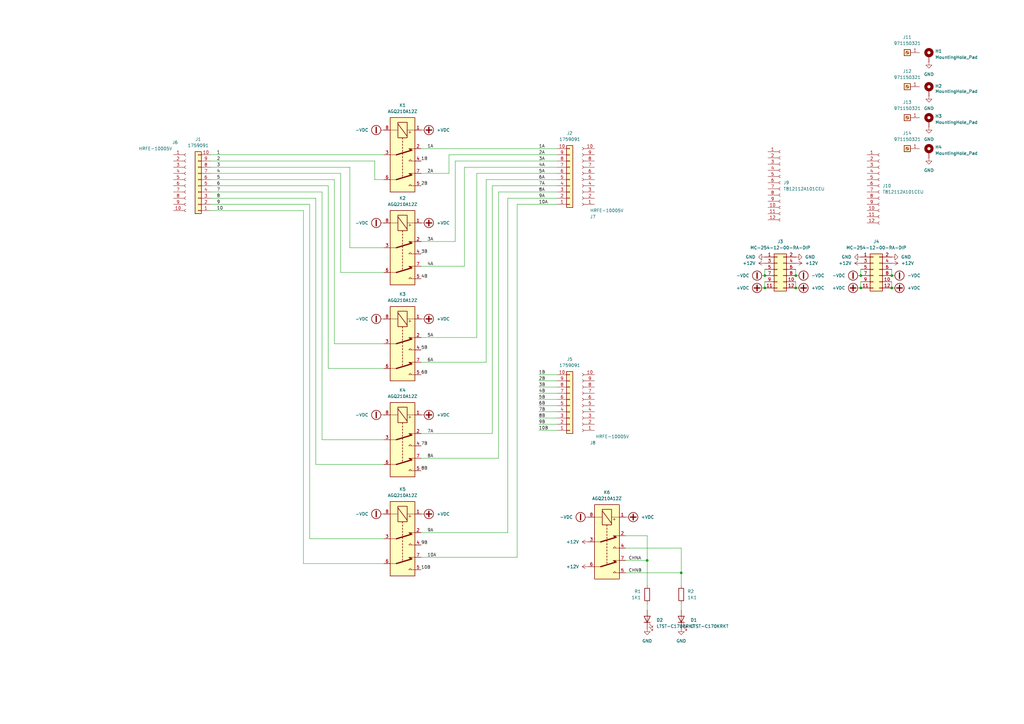
<source format=kicad_sch>
(kicad_sch (version 20250114) (generator "eeschema") (generator_version "9.0")
  (paper "A3")
  (title_block (title "SPI-MUX") (date "2023-02-06") (rev "1.0.1") (company "NMBU-Mina") (comment 1 "F.N.Beilegaard"))
  (lib_symbols
    (symbol "Connector:Conn_01x10_Socket" (pin_names (offset 1.016) (hide yes))
      (property "Reference" "J" (at 0 12.7 0))
      (property "Value" "Conn_01x10_Socket" (at 0 -15.24 0))
      (symbol "Conn_01x10_Socket_1_1"
        (polyline (pts (xy -1.27 10.16) (xy -0.508 10.16)) (stroke (width 0.1524)))
        (polyline (pts (xy -1.27 7.62) (xy -0.508 7.62)) (stroke (width 0.1524)))
        (polyline (pts (xy -1.27 5.08) (xy -0.508 5.08)) (stroke (width 0.1524)))
        (polyline (pts (xy -1.27 2.54) (xy -0.508 2.54)) (stroke (width 0.1524)))
        (polyline (pts (xy -1.27 0) (xy -0.508 0)) (stroke (width 0.1524)))
        (polyline (pts (xy -1.27 -2.54) (xy -0.508 -2.54)) (stroke (width 0.1524)))
        (polyline (pts (xy -1.27 -5.08) (xy -0.508 -5.08)) (stroke (width 0.1524)))
        (polyline (pts (xy -1.27 -7.62) (xy -0.508 -7.62)) (stroke (width 0.1524)))
        (polyline (pts (xy -1.27 -10.16) (xy -0.508 -10.16)) (stroke (width 0.1524)))
        (polyline (pts (xy -1.27 -12.7) (xy -0.508 -12.7)) (stroke (width 0.1524)))
        (arc (start 0 9.652) (mid -0.5058 10.16) (end 0 10.668) (stroke (width 0.1524)))
        (arc (start 0 7.112) (mid -0.5058 7.62) (end 0 8.128) (stroke (width 0.1524)))
        (arc (start 0 4.572) (mid -0.5058 5.08) (end 0 5.588) (stroke (width 0.1524)))
        (arc (start 0 2.032) (mid -0.5058 2.54) (end 0 3.048) (stroke (width 0.1524)))
        (arc (start 0 -0.508) (mid -0.5058 0) (end 0 0.508) (stroke (width 0.1524)))
        (arc (start 0 -3.048) (mid -0.5058 -2.54) (end 0 -2.032) (stroke (width 0.1524)))
        (arc (start 0 -5.588) (mid -0.5058 -5.08) (end 0 -4.572) (stroke (width 0.1524)))
        (arc (start 0 -8.128) (mid -0.5058 -7.62) (end 0 -7.112) (stroke (width 0.1524)))
        (arc (start 0 -10.668) (mid -0.5058 -10.16) (end 0 -9.652) (stroke (width 0.1524)))
        (arc (start 0 -13.208) (mid -0.5058 -12.7) (end 0 -12.192) (stroke (width 0.1524)))
        (pin passive line (at -5.08 10.16 0) (length 3.81) (name "Pin_1") (number "1"))
        (pin passive line (at -5.08 7.62 0) (length 3.81) (name "Pin_2") (number "2"))
        (pin passive line (at -5.08 5.08 0) (length 3.81) (name "Pin_3") (number "3"))
        (pin passive line (at -5.08 2.54 0) (length 3.81) (name "Pin_4") (number "4"))
        (pin passive line (at -5.08 0 0) (length 3.81) (name "Pin_5") (number "5"))
        (pin passive line (at -5.08 -2.54 0) (length 3.81) (name "Pin_6") (number "6"))
        (pin passive line (at -5.08 -5.08 0) (length 3.81) (name "Pin_7") (number "7"))
        (pin passive line (at -5.08 -7.62 0) (length 3.81) (name "Pin_8") (number "8"))
        (pin passive line (at -5.08 -10.16 0) (length 3.81) (name "Pin_9") (number "9"))
        (pin passive line (at -5.08 -12.7 0) (length 3.81) (name "Pin_10") (number "10"))
      )
    )
    (symbol "Connector:Conn_01x12_Socket" (pin_names (offset 1.016) (hide yes))
      (property "Reference" "J" (at 0 15.24 0))
      (property "Value" "Conn_01x12_Socket" (at 0 -17.78 0))
      (symbol "Conn_01x12_Socket_1_1"
        (polyline (pts (xy -1.27 12.7) (xy -0.508 12.7)) (stroke (width 0.1524)))
        (polyline (pts (xy -1.27 10.16) (xy -0.508 10.16)) (stroke (width 0.1524)))
        (polyline (pts (xy -1.27 7.62) (xy -0.508 7.62)) (stroke (width 0.1524)))
        (polyline (pts (xy -1.27 5.08) (xy -0.508 5.08)) (stroke (width 0.1524)))
        (polyline (pts (xy -1.27 2.54) (xy -0.508 2.54)) (stroke (width 0.1524)))
        (polyline (pts (xy -1.27 0) (xy -0.508 0)) (stroke (width 0.1524)))
        (polyline (pts (xy -1.27 -2.54) (xy -0.508 -2.54)) (stroke (width 0.1524)))
        (polyline (pts (xy -1.27 -5.08) (xy -0.508 -5.08)) (stroke (width 0.1524)))
        (polyline (pts (xy -1.27 -7.62) (xy -0.508 -7.62)) (stroke (width 0.1524)))
        (polyline (pts (xy -1.27 -10.16) (xy -0.508 -10.16)) (stroke (width 0.1524)))
        (polyline (pts (xy -1.27 -12.7) (xy -0.508 -12.7)) (stroke (width 0.1524)))
        (polyline (pts (xy -1.27 -15.24) (xy -0.508 -15.24)) (stroke (width 0.1524)))
        (arc (start 0 12.192) (mid -0.5058 12.7) (end 0 13.208) (stroke (width 0.1524)))
        (arc (start 0 9.652) (mid -0.5058 10.16) (end 0 10.668) (stroke (width 0.1524)))
        (arc (start 0 7.112) (mid -0.5058 7.62) (end 0 8.128) (stroke (width 0.1524)))
        (arc (start 0 4.572) (mid -0.5058 5.08) (end 0 5.588) (stroke (width 0.1524)))
        (arc (start 0 2.032) (mid -0.5058 2.54) (end 0 3.048) (stroke (width 0.1524)))
        (arc (start 0 -0.508) (mid -0.5058 0) (end 0 0.508) (stroke (width 0.1524)))
        (arc (start 0 -3.048) (mid -0.5058 -2.54) (end 0 -2.032) (stroke (width 0.1524)))
        (arc (start 0 -5.588) (mid -0.5058 -5.08) (end 0 -4.572) (stroke (width 0.1524)))
        (arc (start 0 -8.128) (mid -0.5058 -7.62) (end 0 -7.112) (stroke (width 0.1524)))
        (arc (start 0 -10.668) (mid -0.5058 -10.16) (end 0 -9.652) (stroke (width 0.1524)))
        (arc (start 0 -13.208) (mid -0.5058 -12.7) (end 0 -12.192) (stroke (width 0.1524)))
        (arc (start 0 -15.748) (mid -0.5058 -15.24) (end 0 -14.732) (stroke (width 0.1524)))
        (pin passive line (at -5.08 12.7 0) (length 3.81) (name "Pin_1") (number "1"))
        (pin passive line (at -5.08 10.16 0) (length 3.81) (name "Pin_2") (number "2"))
        (pin passive line (at -5.08 7.62 0) (length 3.81) (name "Pin_3") (number "3"))
        (pin passive line (at -5.08 5.08 0) (length 3.81) (name "Pin_4") (number "4"))
        (pin passive line (at -5.08 2.54 0) (length 3.81) (name "Pin_5") (number "5"))
        (pin passive line (at -5.08 0 0) (length 3.81) (name "Pin_6") (number "6"))
        (pin passive line (at -5.08 -2.54 0) (length 3.81) (name "Pin_7") (number "7"))
        (pin passive line (at -5.08 -5.08 0) (length 3.81) (name "Pin_8") (number "8"))
        (pin passive line (at -5.08 -7.62 0) (length 3.81) (name "Pin_9") (number "9"))
        (pin passive line (at -5.08 -10.16 0) (length 3.81) (name "Pin_10") (number "10"))
        (pin passive line (at -5.08 -12.7 0) (length 3.81) (name "Pin_11") (number "11"))
        (pin passive line (at -5.08 -15.24 0) (length 3.81) (name "Pin_12") (number "12"))
      )
    )
    (symbol "Connector:Screw_Terminal_01x01" (pin_names (offset 1.016) (hide yes))
      (property "Reference" "J" (at 0 2.54 0))
      (property "Value" "Screw_Terminal_01x01" (at 0 -2.54 0))
      (symbol "Screw_Terminal_01x01_1_1"
        (rectangle (start -1.27 1.27) (end 1.27 -1.27) (stroke (width 0.254)) (fill (type background)))
        (polyline (pts (xy -0.5334 0.3302) (xy 0.3302 -0.508)) (stroke (width 0.1524)))
        (polyline (pts (xy -0.3556 0.508) (xy 0.508 -0.3302)) (stroke (width 0.1524)))
        (circle (center 0 0) (radius 0.635) (stroke (width 0.1524)))
        (pin passive line (at -5.08 0 0) (length 3.81) (name "Pin_1") (number "1"))
      )
    )
    (symbol "Connector_Generic:Conn_01x10" (pin_names (offset 1.016) (hide yes))
      (property "Reference" "J" (at 0 12.7 0))
      (property "Value" "Conn_01x10" (at 0 -15.24 0))
      (symbol "Conn_01x10_1_1"
        (rectangle (start -1.27 11.43) (end 1.27 -13.97) (stroke (width 0.254)) (fill (type background)))
        (rectangle (start -1.27 10.287) (end 0 10.033) (stroke (width 0.1524)))
        (rectangle (start -1.27 7.747) (end 0 7.493) (stroke (width 0.1524)))
        (rectangle (start -1.27 5.207) (end 0 4.953) (stroke (width 0.1524)))
        (rectangle (start -1.27 2.667) (end 0 2.413) (stroke (width 0.1524)))
        (rectangle (start -1.27 0.127) (end 0 -0.127) (stroke (width 0.1524)))
        (rectangle (start -1.27 -2.413) (end 0 -2.667) (stroke (width 0.1524)))
        (rectangle (start -1.27 -4.953) (end 0 -5.207) (stroke (width 0.1524)))
        (rectangle (start -1.27 -7.493) (end 0 -7.747) (stroke (width 0.1524)))
        (rectangle (start -1.27 -10.033) (end 0 -10.287) (stroke (width 0.1524)))
        (rectangle (start -1.27 -12.573) (end 0 -12.827) (stroke (width 0.1524)))
        (pin passive line (at -5.08 10.16 0) (length 3.81) (name "Pin_1") (number "1"))
        (pin passive line (at -5.08 7.62 0) (length 3.81) (name "Pin_2") (number "2"))
        (pin passive line (at -5.08 5.08 0) (length 3.81) (name "Pin_3") (number "3"))
        (pin passive line (at -5.08 2.54 0) (length 3.81) (name "Pin_4") (number "4"))
        (pin passive line (at -5.08 0 0) (length 3.81) (name "Pin_5") (number "5"))
        (pin passive line (at -5.08 -2.54 0) (length 3.81) (name "Pin_6") (number "6"))
        (pin passive line (at -5.08 -5.08 0) (length 3.81) (name "Pin_7") (number "7"))
        (pin passive line (at -5.08 -7.62 0) (length 3.81) (name "Pin_8") (number "8"))
        (pin passive line (at -5.08 -10.16 0) (length 3.81) (name "Pin_9") (number "9"))
        (pin passive line (at -5.08 -12.7 0) (length 3.81) (name "Pin_10") (number "10"))
      )
    )
    (symbol "Connector_Generic:Conn_02x06_Odd_Even" (pin_names (offset 1.016) (hide yes))
      (property "Reference" "J" (at 1.27 7.62 0))
      (property "Value" "Conn_02x06_Odd_Even" (at 1.27 -10.16 0))
      (symbol "Conn_02x06_Odd_Even_1_1"
        (rectangle (start -1.27 6.35) (end 3.81 -8.89) (stroke (width 0.254)) (fill (type background)))
        (rectangle (start -1.27 5.207) (end 0 4.953) (stroke (width 0.1524)))
        (rectangle (start -1.27 2.667) (end 0 2.413) (stroke (width 0.1524)))
        (rectangle (start -1.27 0.127) (end 0 -0.127) (stroke (width 0.1524)))
        (rectangle (start -1.27 -2.413) (end 0 -2.667) (stroke (width 0.1524)))
        (rectangle (start -1.27 -4.953) (end 0 -5.207) (stroke (width 0.1524)))
        (rectangle (start -1.27 -7.493) (end 0 -7.747) (stroke (width 0.1524)))
        (rectangle (start 3.81 5.207) (end 2.54 4.953) (stroke (width 0.1524)))
        (rectangle (start 3.81 2.667) (end 2.54 2.413) (stroke (width 0.1524)))
        (rectangle (start 3.81 0.127) (end 2.54 -0.127) (stroke (width 0.1524)))
        (rectangle (start 3.81 -2.413) (end 2.54 -2.667) (stroke (width 0.1524)))
        (rectangle (start 3.81 -4.953) (end 2.54 -5.207) (stroke (width 0.1524)))
        (rectangle (start 3.81 -7.493) (end 2.54 -7.747) (stroke (width 0.1524)))
        (pin passive line (at -5.08 5.08 0) (length 3.81) (name "Pin_1") (number "1"))
        (pin passive line (at -5.08 2.54 0) (length 3.81) (name "Pin_3") (number "3"))
        (pin passive line (at -5.08 0 0) (length 3.81) (name "Pin_5") (number "5"))
        (pin passive line (at -5.08 -2.54 0) (length 3.81) (name "Pin_7") (number "7"))
        (pin passive line (at -5.08 -5.08 0) (length 3.81) (name "Pin_9") (number "9"))
        (pin passive line (at -5.08 -7.62 0) (length 3.81) (name "Pin_11") (number "11"))
        (pin passive line (at 7.62 5.08 180) (length 3.81) (name "Pin_2") (number "2"))
        (pin passive line (at 7.62 2.54 180) (length 3.81) (name "Pin_4") (number "4"))
        (pin passive line (at 7.62 0 180) (length 3.81) (name "Pin_6") (number "6"))
        (pin passive line (at 7.62 -2.54 180) (length 3.81) (name "Pin_8") (number "8"))
        (pin passive line (at 7.62 -5.08 180) (length 3.81) (name "Pin_10") (number "10"))
        (pin passive line (at 7.62 -7.62 180) (length 3.81) (name "Pin_12") (number "12"))
      )
    )
    (symbol "Device:LED" (pin_numbers (hide yes)) (pin_names (offset 1.016) (hide yes))
      (property "Reference" "D" (at 0 2.54 0))
      (property "Value" "LED" (at 0 -2.54 0))
      (symbol "LED_0_1"
        (polyline (pts (xy -3.048 -0.762) (xy -4.572 -2.286) (xy -3.81 -2.286) (xy -4.572 -2.286) (xy -4.572 -1.524)))
        (polyline (pts (xy -1.778 -0.762) (xy -3.302 -2.286) (xy -2.54 -2.286) (xy -3.302 -2.286) (xy -3.302 -1.524)))
        (polyline (pts (xy -1.27 0) (xy 1.27 0)))
        (polyline (pts (xy -1.27 -1.27) (xy -1.27 1.27)) (stroke (width 0.254)))
        (polyline (pts (xy 1.27 -1.27) (xy 1.27 1.27) (xy -1.27 0) (xy 1.27 -1.27)) (stroke (width 0.254)))
      )
      (symbol "LED_1_1"
        (pin passive line (at -3.81 0 0) (length 2.54) (name "K") (number "1"))
        (pin passive line (at 3.81 0 180) (length 2.54) (name "A") (number "2"))
      )
    )
    (symbol "Device:R" (pin_numbers (hide yes)) (pin_names (offset 0))
      (property "Reference" "R" (at 2.032 0 90))
      (property "Value" "R" (at 0 0 90))
      (symbol "R_0_1"
        (rectangle (start -1.016 -2.54) (end 1.016 2.54) (stroke (width 0.254)))
      )
      (symbol "R_1_1"
        (pin passive line (at 0 3.81 270) (length 1.27) (name "~") (number "1"))
        (pin passive line (at 0 -3.81 90) (length 1.27) (name "~") (number "2"))
      )
    )
    (symbol "Mechanical:MountingHole_Pad" (pin_numbers (hide yes)) (pin_names (offset 1.016) (hide yes))
      (property "Reference" "H" (at 0 6.35 0))
      (property "Value" "MountingHole_Pad" (at 0 4.445 0))
      (symbol "MountingHole_Pad_0_1"
        (circle (center 0 1.27) (radius 1.27) (stroke (width 1.27)))
      )
      (symbol "MountingHole_Pad_1_1"
        (pin input line (at 0 -2.54 90) (length 2.54) (name "1") (number "1"))
      )
    )
    (symbol "muxlib:AGQ200S12Z"
      (property "Reference" "K" (at 15.24 8.89 0))
      (property "Value" "AGQ200S12Z" (at 19.05 6.35 0))
      (symbol "AGQ200S12Z_1_1"
        (rectangle (start -15.24 5.08) (end 15.24 -5.08) (stroke (width 0.254)) (fill (type background)))
        (rectangle (start -13.335 1.905) (end -6.985 -1.905) (stroke (width 0.254)))
        (polyline (pts (xy -12.7 -1.905) (xy -7.62 1.905)) (stroke (width 0.254)))
        (polyline (pts (xy -10.16 5.08) (xy -10.16 1.905)))
        (polyline (pts (xy -10.16 -5.08) (xy -10.16 -1.905)))
        (polyline (pts (xy -6.985 0) (xy -6.35 0)) (stroke (width 0.254)))
        (polyline (pts (xy -5.715 0) (xy -5.08 0)) (stroke (width 0.254)))
        (polyline (pts (xy -4.445 0) (xy -3.81 0)) (stroke (width 0.254)))
        (polyline (pts (xy -3.175 0) (xy -2.54 0)) (stroke (width 0.254)))
        (polyline (pts (xy -2.54 5.08) (xy -2.54 2.54) (xy -1.905 3.175) (xy -2.54 3.81)) (fill (type outline)))
        (polyline (pts (xy -1.905 0) (xy -1.27 0)) (stroke (width 0.254)))
        (polyline (pts (xy -0.635 0) (xy 0 0)) (stroke (width 0.254)))
        (polyline (pts (xy 0 -2.54) (xy -1.905 3.81)) (stroke (width 0.508)))
        (polyline (pts (xy 0 -2.54) (xy 0 -5.08)))
        (polyline (pts (xy 0.635 0) (xy 1.27 0)) (stroke (width 0.254)))
        (polyline (pts (xy 1.905 0) (xy 2.54 0)) (stroke (width 0.254)))
        (polyline (pts (xy 2.54 5.08) (xy 2.54 2.54) (xy 1.905 3.175) (xy 2.54 3.81)))
        (polyline (pts (xy 3.175 0) (xy 3.81 0)) (stroke (width 0.254)))
        (polyline (pts (xy 4.445 0) (xy 5.08 0)) (stroke (width 0.254)))
        (polyline (pts (xy 5.715 0) (xy 6.35 0)) (stroke (width 0.254)))
        (polyline (pts (xy 6.985 0) (xy 7.62 0)) (stroke (width 0.254)))
        (polyline (pts (xy 7.62 5.08) (xy 7.62 2.54) (xy 8.255 3.175) (xy 7.62 3.81)) (fill (type outline)))
        (polyline (pts (xy 8.255 0) (xy 8.89 0)) (stroke (width 0.254)))
        (polyline (pts (xy 10.16 -2.54) (xy 8.255 3.81)) (stroke (width 0.508)))
        (polyline (pts (xy 10.16 -2.54) (xy 10.16 -5.08)))
        (polyline (pts (xy 12.7 5.08) (xy 12.7 2.54) (xy 12.065 3.175) (xy 12.7 3.81)))
        (text "+" (at -9.271 2.921 0) (effects (font (size 1.27 1.27))))
        (pin passive line (at -10.16 7.62 270) (length 2.54) (name "~") (number "1"))
        (pin passive line (at -10.16 -7.62 90) (length 2.54) (name "~") (number "8"))
        (pin passive line (at -2.54 7.62 270) (length 2.54) (name "~") (number "2"))
        (pin passive line (at 0 -7.62 90) (length 2.54) (name "~") (number "3"))
        (pin passive line (at 2.54 7.62 270) (length 2.54) (name "~") (number "4"))
        (pin passive line (at 7.62 7.62 270) (length 2.54) (name "~") (number "7"))
        (pin passive line (at 10.16 -7.62 90) (length 2.54) (name "~") (number "6"))
        (pin passive line (at 12.7 7.62 270) (length 2.54) (name "~") (number "5"))
      )
    )
    (symbol "power:+12V" (power) (pin_numbers (hide yes)) (pin_names (offset 0) (hide yes))
      (property "Value" "+12V" (at 0 3.556 0))
      (symbol "+12V_0_1"
        (polyline (pts (xy -0.762 1.27) (xy 0 2.54)))
        (polyline (pts (xy 0 2.54) (xy 0.762 1.27)))
        (polyline (pts (xy 0 0) (xy 0 2.54)))
      )
      (symbol "+12V_1_1"
        (pin power_in line (at 0 0 90) (length 0) (name "~") (number "1"))
      )
    )
    (symbol "power:+VDC" (power) (pin_numbers (hide yes)) (pin_names (offset 0) (hide yes))
      (property "Value" "+VDC" (at 0 6.35 0))
      (symbol "+VDC_0_1"
        (polyline (pts (xy -1.143 3.175) (xy 1.143 3.175)) (stroke (width 0.508)))
        (circle (center 0 3.175) (radius 1.905) (stroke (width 0.254)))
        (polyline (pts (xy 0 2.032) (xy 0 4.318)) (stroke (width 0.508)))
        (polyline (pts (xy 0 0) (xy 0 1.27)))
      )
      (symbol "+VDC_1_1"
        (pin power_in line (at 0 0 90) (length 0) (name "~") (number "1"))
      )
    )
    (symbol "power:-VDC" (power) (pin_numbers (hide yes)) (pin_names (offset 0) (hide yes))
      (property "Value" "-VDC" (at 0 6.35 0))
      (symbol "-VDC_0_1"
        (polyline (pts (xy -1.143 3.175) (xy 1.143 3.175)) (stroke (width 0.508)))
        (circle (center 0 3.175) (radius 1.905) (stroke (width 0.254)))
        (polyline (pts (xy 0 0) (xy 0 1.27)))
      )
      (symbol "-VDC_1_1"
        (pin power_in line (at 0 0 90) (length 0) (name "~") (number "1"))
      )
    )
    (symbol "power:GND" (power) (pin_numbers (hide yes)) (pin_names (offset 0) (hide yes))
      (property "Value" "GND" (at 0 -3.81 0))
      (symbol "GND_0_1"
        (polyline (pts (xy 0 0) (xy 0 -1.27) (xy 1.27 -1.27) (xy 0 -2.54) (xy -1.27 -1.27) (xy 0 -1.27)))
      )
      (symbol "GND_1_1"
        (pin power_in line (at 0 0 270) (length 0) (name "~") (number "1"))
      )
    )
  )
  (junction (at 279.4 234.95))
  (junction (at 313.69 118.11))
  (junction (at 353.06 118.11))
  (junction (at 365.76 113.03))
  (junction (at 326.39 118.11))
  (junction (at 326.39 113.03))
  (junction (at 353.06 113.03))
  (junction (at 265.43 229.87))
  (junction (at 313.69 113.03))
  (junction (at 365.76 118.11))
  (wire (pts (xy 313.69 118.11) (xy 313.69 115.57)))
  (wire (pts (xy 139.7 71.12) (xy 139.7 111.76)))
  (wire (pts (xy 201.93 76.2) (xy 228.6 76.2)))
  (wire (pts (xy 256.54 229.87) (xy 265.43 229.87)))
  (wire (pts (xy 199.39 148.59) (xy 199.39 73.66)))
  (wire (pts (xy 220.98 166.37) (xy 228.6 166.37)))
  (wire (pts (xy 326.39 118.11) (xy 326.39 115.57)))
  (wire (pts (xy 86.36 81.28) (xy 129.54 81.28)))
  (wire (pts (xy 157.48 151.13) (xy 134.62 151.13)))
  (wire (pts (xy 195.58 138.43) (xy 172.72 138.43)))
  (wire (pts (xy 265.43 219.71) (xy 265.43 229.87)))
  (wire (pts (xy 86.36 63.5) (xy 157.48 63.5)))
  (wire (pts (xy 220.98 168.91) (xy 228.6 168.91)))
  (wire (pts (xy 208.28 218.44) (xy 208.28 81.28)))
  (wire (pts (xy 220.98 158.75) (xy 228.6 158.75)))
  (wire (pts (xy 137.16 73.66) (xy 137.16 140.97)))
  (wire (pts (xy 127 83.82) (xy 127 220.98)))
  (wire (pts (xy 220.98 156.21) (xy 228.6 156.21)))
  (wire (pts (xy 129.54 190.5) (xy 157.48 190.5)))
  (wire (pts (xy 279.4 234.95) (xy 279.4 240.03)))
  (wire (pts (xy 127 220.98) (xy 157.48 220.98)))
  (wire (pts (xy 129.54 81.28) (xy 129.54 190.5)))
  (wire (pts (xy 132.08 180.34) (xy 132.08 78.74)))
  (wire (pts (xy 220.98 161.29) (xy 228.6 161.29)))
  (wire (pts (xy 86.36 66.04) (xy 153.67 66.04)))
  (wire (pts (xy 153.67 73.66) (xy 157.48 73.66)))
  (wire (pts (xy 204.47 78.74) (xy 228.6 78.74)))
  (wire (pts (xy 220.98 173.99) (xy 228.6 173.99)))
  (wire (pts (xy 172.72 187.96) (xy 204.47 187.96)))
  (wire (pts (xy 143.51 101.6) (xy 143.51 68.58)))
  (wire (pts (xy 139.7 111.76) (xy 157.48 111.76)))
  (wire (pts (xy 220.98 171.45) (xy 228.6 171.45)))
  (wire (pts (xy 172.72 148.59) (xy 199.39 148.59)))
  (wire (pts (xy 220.98 163.83) (xy 228.6 163.83)))
  (wire (pts (xy 153.67 66.04) (xy 153.67 73.66)))
  (wire (pts (xy 256.54 224.79) (xy 279.4 224.79)))
  (wire (pts (xy 256.54 219.71) (xy 265.43 219.71)))
  (wire (pts (xy 212.09 228.6) (xy 212.09 83.82)))
  (wire (pts (xy 195.58 71.12) (xy 195.58 138.43)))
  (wire (pts (xy 172.72 218.44) (xy 208.28 218.44)))
  (wire (pts (xy 86.36 73.66) (xy 137.16 73.66)))
  (wire (pts (xy 190.5 109.22) (xy 190.5 68.58)))
  (wire (pts (xy 186.69 66.04) (xy 186.69 99.06)))
  (wire (pts (xy 204.47 187.96) (xy 204.47 78.74)))
  (wire (pts (xy 134.62 76.2) (xy 86.36 76.2)))
  (wire (pts (xy 172.72 60.96) (xy 228.6 60.96)))
  (wire (pts (xy 124.46 231.14) (xy 157.48 231.14)))
  (wire (pts (xy 279.4 224.79) (xy 279.4 234.95)))
  (wire (pts (xy 220.98 153.67) (xy 228.6 153.67)))
  (wire (pts (xy 265.43 247.65) (xy 265.43 250.19)))
  (wire (pts (xy 313.69 113.03) (xy 313.69 110.49)))
  (wire (pts (xy 199.39 73.66) (xy 228.6 73.66)))
  (wire (pts (xy 172.72 109.22) (xy 190.5 109.22)))
  (wire (pts (xy 124.46 86.36) (xy 124.46 231.14)))
  (wire (pts (xy 256.54 234.95) (xy 279.4 234.95)))
  (wire (pts (xy 86.36 86.36) (xy 124.46 86.36)))
  (wire (pts (xy 353.06 113.03) (xy 353.06 110.49)))
  (wire (pts (xy 184.15 71.12) (xy 184.15 63.5)))
  (wire (pts (xy 326.39 113.03) (xy 326.39 110.49)))
  (wire (pts (xy 186.69 99.06) (xy 172.72 99.06)))
  (wire (pts (xy 86.36 71.12) (xy 139.7 71.12)))
  (wire (pts (xy 172.72 177.8) (xy 201.93 177.8)))
  (wire (pts (xy 157.48 101.6) (xy 143.51 101.6)))
  (wire (pts (xy 228.6 71.12) (xy 195.58 71.12)))
  (wire (pts (xy 212.09 83.82) (xy 228.6 83.82)))
  (wire (pts (xy 201.93 177.8) (xy 201.93 76.2)))
  (wire (pts (xy 279.4 247.65) (xy 279.4 250.19)))
  (wire (pts (xy 132.08 78.74) (xy 86.36 78.74)))
  (wire (pts (xy 208.28 81.28) (xy 228.6 81.28)))
  (wire (pts (xy 172.72 228.6) (xy 212.09 228.6)))
  (wire (pts (xy 134.62 151.13) (xy 134.62 76.2)))
  (wire (pts (xy 228.6 66.04) (xy 186.69 66.04)))
  (wire (pts (xy 265.43 229.87) (xy 265.43 240.03)))
  (wire (pts (xy 365.76 118.11) (xy 365.76 115.57)))
  (wire (pts (xy 86.36 83.82) (xy 127 83.82)))
  (wire (pts (xy 353.06 118.11) (xy 353.06 115.57)))
  (wire (pts (xy 137.16 140.97) (xy 157.48 140.97)))
  (wire (pts (xy 220.98 176.53) (xy 228.6 176.53)))
  (wire (pts (xy 143.51 68.58) (xy 86.36 68.58)))
  (wire (pts (xy 184.15 63.5) (xy 228.6 63.5)))
  (wire (pts (xy 365.76 113.03) (xy 365.76 110.49)))
  (wire (pts (xy 172.72 71.12) (xy 184.15 71.12)))
  (wire (pts (xy 157.48 180.34) (xy 132.08 180.34)))
  (wire (pts (xy 190.5 68.58) (xy 228.6 68.58)))
  (label "1B" (at 172.72 66.04 0))
  (label "9" (at 88.9 83.82 0))
  (label "9B" (at 220.98 173.99 0))
  (label "1" (at 88.9 63.5 0))
  (label "6B" (at 220.98 166.37 0))
  (label "10A" (at 175.26 228.6 0))
  (label "5B" (at 172.72 143.51 0))
  (label "2B" (at 220.98 156.21 0))
  (label "9B" (at 172.72 223.52 0))
  (label "8" (at 88.9 81.28 0))
  (label "9A" (at 220.98 81.28 0))
  (label "5A" (at 220.98 71.12 0))
  (label "1A" (at 175.26 60.96 0))
  (label "1A" (at 220.98 60.96 0))
  (label "3A" (at 220.98 66.04 0))
  (label "4B" (at 220.98 161.29 0))
  (label "2" (at 88.9 66.04 0))
  (label "10" (at 88.9 86.36 0))
  (label "3" (at 88.9 68.58 0))
  (label "4A" (at 175.26 109.22 0))
  (label "8B" (at 220.98 171.45 0))
  (label "10B" (at 220.98 176.53 0))
  (label "1B" (at 220.98 153.67 0))
  (label "2A" (at 220.98 63.5 0))
  (label "6A" (at 175.26 148.59 0))
  (label "2B" (at 172.72 76.2 0))
  (label "7" (at 88.9 78.74 0))
  (label "4A" (at 220.98 68.58 0))
  (label "8A" (at 175.26 187.96 0))
  (label "6B" (at 172.72 153.67 0))
  (label "7A" (at 175.26 177.8 0))
  (label "10B" (at 172.72 233.68 0))
  (label "3B" (at 172.72 104.14 0))
  (label "4" (at 88.9 71.12 0))
  (label "10A" (at 220.98 83.82 0))
  (label "8A" (at 220.98 78.74 0))
  (label "7B" (at 220.98 168.91 0))
  (label "3A" (at 175.26 99.06 0))
  (label "5B" (at 220.98 163.83 0))
  (label "7A" (at 220.98 76.2 0))
  (label "4B" (at 172.72 114.3 0))
  (label "5A" (at 175.26 138.43 0))
  (label "5" (at 88.9 73.66 0))
  (label "6A" (at 220.98 73.66 0))
  (label "3B" (at 220.98 158.75 0))
  (label "8B" (at 172.72 193.04 0))
  (label "CHNB" (at 257.81 234.95 0))
  (label "6" (at 88.9 76.2 0))
  (label "2A" (at 175.26 71.12 0))
  (label "9A" (at 175.26 218.44 0))
  (label "7B" (at 172.72 182.88 0))
  (label "CHNA" (at 257.81 229.87 0))
  (symbol (lib_id "Connector_Generic:Conn_02x06_Odd_Even") (at 358.14 110.49 0) (unit 1)
    (property "Reference" "J4" (at 359.41 99.06 0))
    (property "Value" "MC-254-12-00-RA-DIP" (at 359.41 101.6 0))
    (property "Footprint" "Connector_IDC:IDC-Header_2x06_P2.54mm_Horizontal" (effects (hide yes)))
    (property "Description" "Generic connector, double row, 02x06, odd/even pin numbering scheme (row 1 odd numbers, row 2 even numbers), script generated (kicad-library-utils/schlib/autogen/connector/)" (effects (hide yes)))
  )
  (symbol (lib_id "Connector_Generic:Conn_01x10") (at 233.68 166.37 0) (mirror x) (unit 1)
    (property "Reference" "J5" (at 233.68 147.32 0))
    (property "Value" "1759091" (at 233.68 149.86 0))
    (property "Footprint" "Connector_Phoenix_MSTB:PhoenixContact_MSTBA_2,5_10-G-5,08_1x10_P5.08mm_Horizontal" (effects (hide yes)))
    (property "Description" "Generic connector, single row, 01x10, script generated (kicad-library-utils/schlib/autogen/connector/)" (effects (hide yes)))
  )
  (symbol (lib_id "power:+VDC") (at 172.72 210.82 270) (unit 1)
    (property "Reference" "#PWR011" (effects (hide yes)))
    (property "Value" "+VDC" (at 179.07 210.8199 90) (effects (justify left)))
    (property "Description" "Power symbol creates a global label with name \"+VDC\"" (effects (hide yes)))
  )
  (symbol (lib_id "power:-VDC") (at 241.3 212.09 90) (unit 1)
    (property "Reference" "#PWR010" (effects (hide yes)))
    (property "Value" "-VDC" (at 234.95 212.0899 90) (effects (justify left)))
    (property "Description" "Power symbol creates a global label with name \"-VDC\"" (effects (hide yes)))
  )
  (symbol (lib_id "power:-VDC") (at 313.69 113.03 90) (mirror x) (unit 1)
    (property "Reference" "#PWR013" (effects (hide yes)))
    (property "Value" "-VDC" (at 307.34 113.0301 90) (effects (justify left)))
    (property "Description" "Power symbol creates a global label with name \"-VDC\"" (effects (hide yes)))
  )
  (symbol (lib_id "muxlib:AGQ200S12Z") (at 165.1 140.97 270) (unit 1)
    (property "Reference" "K3" (at 165.1 120.65 90))
    (property "Value" "AGQ210A12Z" (at 165.1 123.19 90))
    (property "Footprint" "muxlib_footprints:Relay_2P2T_10x6mm_TE_IMxxG_Longlegs" (effects (hide yes)))
    (property "Datasheet" "https://media.digikey.com/pdf/Data%20Sheets/Panasonic%20Electric%20Works%20PDFs/AGQ_(GQ)_Relays.pdf" (effects (hide yes)))
  )
  (symbol (lib_id "power:+VDC") (at 353.06 118.11 90) (mirror x) (unit 1)
    (property "Reference" "#PWR023" (effects (hide yes)))
    (property "Value" "+VDC" (at 346.71 118.1101 90) (effects (justify left)))
    (property "Description" "Power symbol creates a global label with name \"+VDC\"" (effects (hide yes)))
  )
  (symbol (lib_id "Device:LED") (at 279.4 254 90) (unit 1)
    (property "Reference" "D1" (at 283.21 254.3174 90) (effects (justify right)))
    (property "Value" "LTST-C170KRKT" (at 283.21 256.8574 90) (effects (justify right)))
    (property "Footprint" "LED_SMD:LED_0805_2012Metric" (effects (hide yes)))
    (property "Description" "Light emitting diode" (effects (hide yes)))
    (property "Sim.Pins" "1=K 2=A" (effects (hide yes)))
  )
  (symbol (lib_id "power:GND") (at 381 64.77 0) (mirror y) (unit 1)
    (property "Reference" "#PWR036" (effects (hide yes)))
    (property "Value" "GND" (at 381 69.85 0))
    (property "Description" "Power symbol creates a global label with name \"GND\" , ground" (effects (hide yes)))
  )
  (symbol (lib_id "power:+12V") (at 313.69 107.95 90) (mirror x) (unit 1)
    (property "Reference" "#PWR017" (effects (hide yes)))
    (property "Value" "+12V" (at 309.88 107.9501 90) (effects (justify left)))
    (property "Description" "Power symbol creates a global label with name \"+12V\"" (effects (hide yes)))
  )
  (symbol (lib_id "muxlib:AGQ200S12Z") (at 248.92 222.25 270) (unit 1)
    (property "Reference" "K6" (at 248.92 201.93 90))
    (property "Value" "AGQ210A12Z" (at 248.92 204.47 90))
    (property "Footprint" "muxlib_footprints:Relay_2P2T_10x6mm_TE_IMxxG_Longlegs" (effects (hide yes)))
    (property "Datasheet" "https://media.digikey.com/pdf/Data%20Sheets/Panasonic%20Electric%20Works%20PDFs/AGQ_(GQ)_Relays.pdf" (effects (hide yes)))
  )
  (symbol (lib_id "power:+12V") (at 241.3 222.25 90) (mirror x) (unit 1)
    (property "Reference" "#PWR032" (effects (hide yes)))
    (property "Value" "+12V" (at 237.49 222.2501 90) (effects (justify left)))
    (property "Description" "Power symbol creates a global label with name \"+12V\"" (effects (hide yes)))
  )
  (symbol (lib_id "power:GND") (at 279.4 257.81 0) (mirror y) (unit 1)
    (property "Reference" "#PWR029" (effects (hide yes)))
    (property "Value" "GND" (at 279.4 262.89 0))
    (property "Description" "Power symbol creates a global label with name \"GND\" , ground" (effects (hide yes)))
  )
  (symbol (lib_id "muxlib:AGQ200S12Z") (at 165.1 220.98 270) (unit 1)
    (property "Reference" "K5" (at 165.1 200.66 90))
    (property "Value" "AGQ210A12Z" (at 165.1 203.2 90))
    (property "Footprint" "muxlib_footprints:Relay_2P2T_10x6mm_TE_IMxxG_Longlegs" (effects (hide yes)))
    (property "Datasheet" "https://media.digikey.com/pdf/Data%20Sheets/Panasonic%20Electric%20Works%20PDFs/AGQ_(GQ)_Relays.pdf" (effects (hide yes)))
  )
  (symbol (lib_id "muxlib:AGQ200S12Z") (at 165.1 101.6 270) (unit 1)
    (property "Reference" "K2" (at 165.1 81.28 90))
    (property "Value" "AGQ210A12Z" (at 165.1 83.82 90))
    (property "Footprint" "muxlib_footprints:Relay_2P2T_10x6mm_TE_IMxxG_Longlegs" (effects (hide yes)))
    (property "Datasheet" "https://media.digikey.com/pdf/Data%20Sheets/Panasonic%20Electric%20Works%20PDFs/AGQ_(GQ)_Relays.pdf" (effects (hide yes)))
  )
  (symbol (lib_id "power:-VDC") (at 326.39 113.03 270) (mirror x) (unit 1)
    (property "Reference" "#PWR014" (effects (hide yes)))
    (property "Value" "-VDC" (at 332.74 113.0299 90) (effects (justify left)))
    (property "Description" "Power symbol creates a global label with name \"-VDC\"" (effects (hide yes)))
  )
  (symbol (lib_id "Connector:Conn_01x10_Socket") (at 76.2 73.66 0) (unit 1) (on_board no)
    (property "Reference" "J6" (at 70.612 58.42 0) (effects (justify left)))
    (property "Value" "HRFE-10005V" (at 56.896 60.96 0) (effects (justify left)))
    (property "Datasheet" "https://docs.rs-online.com/b960/A700000009164681.pdf" (effects (hide yes)))
    (property "Description" "Generic connector, single row, 01x10, script generated" (effects (hide yes)))
  )
  (symbol (lib_id "Mechanical:MountingHole_Pad") (at 381 49.53 0) (unit 1) (in_bom no)
    (property "Reference" "H3" (at 383.54 47.625 0) (effects (justify left)))
    (property "Value" "MountingHole_Pad" (at 383.54 50.165 0) (effects (justify left)))
    (property "Footprint" "MountingHole:MountingHole_3.2mm_M3_Pad_Via" (effects (hide yes)))
  )
  (symbol (lib_id "power:GND") (at 313.69 105.41 270) (mirror x) (unit 1)
    (property "Reference" "#PWR018" (effects (hide yes)))
    (property "Value" "GND" (at 309.88 105.4099 90) (effects (justify right)))
    (property "Description" "Power symbol creates a global label with name \"GND\" , ground" (effects (hide yes)))
  )
  (symbol (lib_id "power:GND") (at 381 52.07 0) (mirror y) (unit 1)
    (property "Reference" "#PWR035" (effects (hide yes)))
    (property "Value" "GND" (at 381 57.15 0))
    (property "Description" "Power symbol creates a global label with name \"GND\" , ground" (effects (hide yes)))
  )
  (symbol (lib_id "power:-VDC") (at 365.76 113.03 270) (mirror x) (unit 1)
    (property "Reference" "#PWR028" (effects (hide yes)))
    (property "Value" "-VDC" (at 372.11 113.0299 90) (effects (justify left)))
    (property "Description" "Power symbol creates a global label with name \"-VDC\"" (effects (hide yes)))
  )
  (symbol (lib_id "power:GND") (at 265.43 257.81 0) (mirror y) (unit 1)
    (property "Reference" "#PWR031" (effects (hide yes)))
    (property "Value" "GND" (at 265.43 262.89 0))
    (property "Description" "Power symbol creates a global label with name \"GND\" , ground" (effects (hide yes)))
  )
  (symbol (lib_id "Connector:Screw_Terminal_01x01") (at 372.11 35.56 180) (unit 1) (on_board no)
    (property "Reference" "J12" (at 372.11 29.21 0))
    (property "Value" "971150321" (at 372.11 31.75 0))
    (property "Description" "m3 standoff" (effects (hide yes)))
  )
  (symbol (lib_id "Mechanical:MountingHole_Pad") (at 381 36.83 0) (unit 1) (in_bom no)
    (property "Reference" "H2" (at 383.54 35.306 0) (effects (justify left)))
    (property "Value" "MountingHole_Pad" (at 383.54 37.465 0) (effects (justify left)))
    (property "Footprint" "MountingHole:MountingHole_3.2mm_M3_Pad_Via" (effects (hide yes)))
  )
  (symbol (lib_id "Device:R") (at 265.43 243.84 0) (mirror y) (unit 1)
    (property "Reference" "R1" (at 262.89 242.5699 0) (effects (justify left)))
    (property "Value" "1K1" (at 262.89 245.1099 0) (effects (justify left)))
    (property "Footprint" "Resistor_SMD:R_0805_2012Metric" (effects (hide yes)))
    (property "Description" "Resistor" (effects (hide yes)))
  )
  (symbol (lib_id "power:+VDC") (at 326.39 118.11 270) (mirror x) (unit 1)
    (property "Reference" "#PWR016" (effects (hide yes)))
    (property "Value" "+VDC" (at 332.74 118.1101 90) (effects (justify left)))
    (property "Description" "Power symbol creates a global label with name \"+VDC\"" (effects (hide yes)))
  )
  (symbol (lib_id "Connector:Screw_Terminal_01x01") (at 372.11 48.26 180) (unit 1) (on_board no)
    (property "Reference" "J13" (at 372.11 41.91 0))
    (property "Value" "971150321" (at 372.11 44.45 0))
    (property "Description" "m3 standoff" (effects (hide yes)))
  )
  (symbol (lib_id "power:GND") (at 326.39 105.41 90) (mirror x) (unit 1)
    (property "Reference" "#PWR019" (effects (hide yes)))
    (property "Value" "GND" (at 330.2 105.4099 90) (effects (justify right)))
    (property "Description" "Power symbol creates a global label with name \"GND\" , ground" (effects (hide yes)))
  )
  (symbol (lib_id "power:-VDC") (at 157.48 91.44 90) (unit 1)
    (property "Reference" "#PWR03" (effects (hide yes)))
    (property "Value" "-VDC" (at 151.13 91.4399 90) (effects (justify left)))
    (property "Description" "Power symbol creates a global label with name \"-VDC\"" (effects (hide yes)))
  )
  (symbol (lib_id "Connector_Generic:Conn_02x06_Odd_Even") (at 318.77 110.49 0) (unit 1)
    (property "Reference" "J3" (at 320.04 99.06 0))
    (property "Value" "MC-254-12-00-RA-DIP" (at 320.04 101.6 0))
    (property "Footprint" "Connector_IDC:IDC-Header_2x06_P2.54mm_Horizontal" (effects (hide yes)))
    (property "Description" "Generic connector, double row, 02x06, odd/even pin numbering scheme (row 1 odd numbers, row 2 even numbers), script generated (kicad-library-utils/schlib/autogen/connector/)" (effects (hide yes)))
  )
  (symbol (lib_id "power:+12V") (at 326.39 107.95 270) (mirror x) (unit 1)
    (property "Reference" "#PWR020" (effects (hide yes)))
    (property "Value" "+12V" (at 330.2 107.9501 90) (effects (justify left)))
    (property "Description" "Power symbol creates a global label with name \"+12V\"" (effects (hide yes)))
  )
  (symbol (lib_id "power:GND") (at 381 25.4 0) (mirror y) (unit 1)
    (property "Reference" "#PWR033" (effects (hide yes)))
    (property "Value" "GND" (at 381 30.48 0))
    (property "Description" "Power symbol creates a global label with name \"GND\" , ground" (effects (hide yes)))
  )
  (symbol (lib_id "Connector:Conn_01x10_Socket") (at 238.76 166.37 180) (unit 1) (on_board no)
    (property "Reference" "J8" (at 244.348 181.61 0) (effects (justify left)))
    (property "Value" "HRFE-10005V" (at 258.064 179.07 0) (effects (justify left)))
    (property "Datasheet" "https://docs.rs-online.com/b960/A700000009164681.pdf" (effects (hide yes)))
    (property "Description" "Generic connector, single row, 01x10, script generated" (effects (hide yes)))
  )
  (symbol (lib_id "Connector_Generic:Conn_01x10") (at 233.68 73.66 0) (mirror x) (unit 1)
    (property "Reference" "J2" (at 233.68 54.61 0))
    (property "Value" "1759091" (at 233.68 57.15 0))
    (property "Footprint" "Connector_Phoenix_MSTB:PhoenixContact_MSTBA_2,5_10-G-5,08_1x10_P5.08mm_Horizontal" (effects (hide yes)))
    (property "Description" "Generic connector, single row, 01x10, script generated (kicad-library-utils/schlib/autogen/connector/)" (effects (hide yes)))
  )
  (symbol (lib_id "muxlib:AGQ200S12Z") (at 165.1 180.34 270) (unit 1)
    (property "Reference" "K4" (at 165.1 160.02 90))
    (property "Value" "AGQ210A12Z" (at 165.1 162.56 90))
    (property "Footprint" "muxlib_footprints:Relay_2P2T_10x6mm_TE_IMxxG_Longlegs" (effects (hide yes)))
    (property "Datasheet" "https://media.digikey.com/pdf/Data%20Sheets/Panasonic%20Electric%20Works%20PDFs/AGQ_(GQ)_Relays.pdf" (effects (hide yes)))
  )
  (symbol (lib_id "power:GND") (at 381 39.37 0) (mirror y) (unit 1)
    (property "Reference" "#PWR034" (effects (hide yes)))
    (property "Value" "GND" (at 381 44.45 0))
    (property "Description" "Power symbol creates a global label with name \"GND\" , ground" (effects (hide yes)))
  )
  (symbol (lib_id "Connector_Generic:Conn_01x10") (at 81.28 76.2 180) (unit 1)
    (property "Reference" "J1" (at 81.28 57.15 0))
    (property "Value" "1759091" (at 81.28 59.69 0))
    (property "Footprint" "Connector_Phoenix_MSTB:PhoenixContact_MSTBA_2,5_10-G-5,08_1x10_P5.08mm_Horizontal" (effects (hide yes)))
    (property "Description" "Generic connector, single row, 01x10, script generated (kicad-library-utils/schlib/autogen/connector/)" (effects (hide yes)))
  )
  (symbol (lib_id "power:+VDC") (at 365.76 118.11 270) (mirror x) (unit 1)
    (property "Reference" "#PWR027" (effects (hide yes)))
    (property "Value" "+VDC" (at 372.11 118.1101 90) (effects (justify left)))
    (property "Description" "Power symbol creates a global label with name \"+VDC\"" (effects (hide yes)))
  )
  (symbol (lib_id "Connector:Screw_Terminal_01x01") (at 372.11 60.96 180) (unit 1) (on_board no)
    (property "Reference" "J14" (at 372.11 54.61 0))
    (property "Value" "971150321" (at 372.11 57.15 0))
    (property "Description" "m3 standoff" (effects (hide yes)))
  )
  (symbol (lib_id "Connector:Screw_Terminal_01x01") (at 372.11 21.59 180) (unit 1) (on_board no)
    (property "Reference" "J11" (at 372.11 15.24 0))
    (property "Value" "971150321" (at 372.11 17.78 0))
    (property "Description" "m3 standoff" (effects (hide yes)))
  )
  (symbol (lib_id "power:+VDC") (at 172.72 91.44 270) (unit 1)
    (property "Reference" "#PWR04" (effects (hide yes)))
    (property "Value" "+VDC" (at 179.07 91.4399 90) (effects (justify left)))
    (property "Description" "Power symbol creates a global label with name \"+VDC\"" (effects (hide yes)))
  )
  (symbol (lib_id "power:+12V") (at 241.3 232.41 90) (mirror x) (unit 1)
    (property "Reference" "#PWR030" (effects (hide yes)))
    (property "Value" "+12V" (at 237.49 232.4101 90) (effects (justify left)))
    (property "Description" "Power symbol creates a global label with name \"+12V\"" (effects (hide yes)))
  )
  (symbol (lib_id "Mechanical:MountingHole_Pad") (at 381 62.23 0) (unit 1) (in_bom no)
    (property "Reference" "H4" (at 383.54 60.325 0) (effects (justify left)))
    (property "Value" "MountingHole_Pad" (at 383.54 62.865 0) (effects (justify left)))
    (property "Footprint" "MountingHole:MountingHole_3.2mm_M3_Pad_Via" (effects (hide yes)))
  )
  (symbol (lib_id "Connector:Conn_01x12_Socket") (at 360.68 76.2 0) (unit 1) (on_board no)
    (property "Reference" "J10" (at 361.95 76.1999 0) (effects (justify left)))
    (property "Value" "T812112A101CEU" (at 361.95 78.7399 0) (effects (justify left)))
    (property "Datasheet" "https://docs.rs-online.com/690d/0900766b81359cbc.pdf" (effects (hide yes)))
    (property "Description" "Generic connector, single row, 01x12, script generated" (effects (hide yes)))
  )
  (symbol (lib_id "power:+VDC") (at 172.72 170.18 270) (unit 1)
    (property "Reference" "#PWR08" (effects (hide yes)))
    (property "Value" "+VDC" (at 179.07 170.1799 90) (effects (justify left)))
    (property "Description" "Power symbol creates a global label with name \"+VDC\"" (effects (hide yes)))
  )
  (symbol (lib_id "power:-VDC") (at 157.48 130.81 90) (unit 1)
    (property "Reference" "#PWR05" (effects (hide yes)))
    (property "Value" "-VDC" (at 151.13 130.8099 90) (effects (justify left)))
    (property "Description" "Power symbol creates a global label with name \"-VDC\"" (effects (hide yes)))
  )
  (symbol (lib_id "power:+VDC") (at 313.69 118.11 90) (mirror x) (unit 1)
    (property "Reference" "#PWR015" (effects (hide yes)))
    (property "Value" "+VDC" (at 307.34 118.1101 90) (effects (justify left)))
    (property "Description" "Power symbol creates a global label with name \"+VDC\"" (effects (hide yes)))
  )
  (symbol (lib_id "power:+VDC") (at 256.54 212.09 270) (unit 1)
    (property "Reference" "#PWR012" (effects (hide yes)))
    (property "Value" "+VDC" (at 262.89 212.0899 90) (effects (justify left)))
    (property "Description" "Power symbol creates a global label with name \"+VDC\"" (effects (hide yes)))
  )
  (symbol (lib_id "Connector:Conn_01x12_Socket") (at 320.04 74.93 0) (unit 1) (on_board no)
    (property "Reference" "J9" (at 321.31 74.9299 0) (effects (justify left)))
    (property "Value" "T812112A101CEU" (at 321.31 77.4699 0) (effects (justify left)))
    (property "Datasheet" "https://docs.rs-online.com/690d/0900766b81359cbc.pdf" (effects (hide yes)))
    (property "Description" "Generic connector, single row, 01x12, script generated" (effects (hide yes)))
  )
  (symbol (lib_id "power:-VDC") (at 157.48 210.82 90) (unit 1)
    (property "Reference" "#PWR09" (effects (hide yes)))
    (property "Value" "-VDC" (at 151.13 210.8199 90) (effects (justify left)))
    (property "Description" "Power symbol creates a global label with name \"-VDC\"" (effects (hide yes)))
  )
  (symbol (lib_id "power:GND") (at 365.76 105.41 90) (mirror x) (unit 1)
    (property "Reference" "#PWR025" (effects (hide yes)))
    (property "Value" "GND" (at 369.57 105.4099 90) (effects (justify right)))
    (property "Description" "Power symbol creates a global label with name \"GND\" , ground" (effects (hide yes)))
  )
  (symbol (lib_id "power:+12V") (at 365.76 107.95 270) (mirror x) (unit 1)
    (property "Reference" "#PWR026" (effects (hide yes)))
    (property "Value" "+12V" (at 369.57 107.9501 90) (effects (justify left)))
    (property "Description" "Power symbol creates a global label with name \"+12V\"" (effects (hide yes)))
  )
  (symbol (lib_id "Device:R") (at 279.4 243.84 0) (unit 1)
    (property "Reference" "R2" (at 281.94 242.5699 0) (effects (justify left)))
    (property "Value" "1K1" (at 281.94 245.1099 0) (effects (justify left)))
    (property "Footprint" "Resistor_SMD:R_0805_2012Metric" (effects (hide yes)))
    (property "Description" "Resistor" (effects (hide yes)))
  )
  (symbol (lib_id "Mechanical:MountingHole_Pad") (at 381 22.86 0) (unit 1) (in_bom no)
    (property "Reference" "H1" (at 383.54 20.955 0) (effects (justify left)))
    (property "Value" "MountingHole_Pad" (at 383.54 23.495 0) (effects (justify left)))
    (property "Footprint" "MountingHole:MountingHole_3.2mm_M3_Pad_Via" (effects (hide yes)))
  )
  (symbol (lib_id "muxlib:AGQ200S12Z") (at 165.1 63.5 270) (unit 1)
    (property "Reference" "K1" (at 165.1 43.18 90))
    (property "Value" "AGQ210A12Z" (at 165.1 45.72 90))
    (property "Footprint" "muxlib_footprints:Relay_2P2T_10x6mm_TE_IMxxG_Longlegs" (effects (hide yes)))
    (property "Datasheet" "https://media.digikey.com/pdf/Data%20Sheets/Panasonic%20Electric%20Works%20PDFs/AGQ_(GQ)_Relays.pdf" (effects (hide yes)))
  )
  (symbol (lib_id "power:-VDC") (at 353.06 113.03 90) (mirror x) (unit 1)
    (property "Reference" "#PWR024" (effects (hide yes)))
    (property "Value" "-VDC" (at 346.71 113.0301 90) (effects (justify left)))
    (property "Description" "Power symbol creates a global label with name \"-VDC\"" (effects (hide yes)))
  )
  (symbol (lib_id "power:-VDC") (at 157.48 170.18 90) (unit 1)
    (property "Reference" "#PWR07" (effects (hide yes)))
    (property "Value" "-VDC" (at 151.13 170.1799 90) (effects (justify left)))
    (property "Description" "Power symbol creates a global label with name \"-VDC\"" (effects (hide yes)))
  )
  (symbol (lib_id "Connector:Conn_01x10_Socket") (at 238.76 73.66 180) (unit 1) (on_board no)
    (property "Reference" "J7" (at 244.348 88.9 0) (effects (justify left)))
    (property "Value" "HRFE-10005V" (at 255.778 86.36 0) (effects (justify left)))
    (property "Datasheet" "https://docs.rs-online.com/b960/A700000009164681.pdf" (effects (hide yes)))
    (property "Description" "Generic connector, single row, 01x10, script generated" (effects (hide yes)))
  )
  (symbol (lib_id "power:GND") (at 353.06 105.41 270) (mirror x) (unit 1)
    (property "Reference" "#PWR021" (effects (hide yes)))
    (property "Value" "GND" (at 349.25 105.4099 90) (effects (justify right)))
    (property "Description" "Power symbol creates a global label with name \"GND\" , ground" (effects (hide yes)))
  )
  (symbol (lib_id "power:+12V") (at 353.06 107.95 90) (mirror x) (unit 1)
    (property "Reference" "#PWR022" (effects (hide yes)))
    (property "Value" "+12V" (at 349.25 107.9501 90) (effects (justify left)))
    (property "Description" "Power symbol creates a global label with name \"+12V\"" (effects (hide yes)))
  )
  (symbol (lib_id "power:+VDC") (at 172.72 130.81 270) (unit 1)
    (property "Reference" "#PWR06" (effects (hide yes)))
    (property "Value" "+VDC" (at 179.07 130.8099 90) (effects (justify left)))
    (property "Description" "Power symbol creates a global label with name \"+VDC\"" (effects (hide yes)))
  )
  (symbol (lib_id "power:-VDC") (at 157.48 53.34 90) (unit 1)
    (property "Reference" "#PWR01" (effects (hide yes)))
    (property "Value" "-VDC" (at 151.13 53.3399 90) (effects (justify left)))
    (property "Description" "Power symbol creates a global label with name \"-VDC\"" (effects (hide yes)))
  )
  (symbol (lib_id "Device:LED") (at 265.43 254 90) (unit 1)
    (property "Reference" "D2" (at 269.24 254.3174 90) (effects (justify right)))
    (property "Value" "LTST-C170KRKT" (at 269.24 256.8574 90) (effects (justify right)))
    (property "Footprint" "LED_SMD:LED_0805_2012Metric" (effects (hide yes)))
    (property "Description" "Light emitting diode" (effects (hide yes)))
    (property "Sim.Pins" "1=K 2=A" (effects (hide yes)))
  )
  (symbol (lib_id "power:+VDC") (at 172.72 53.34 270) (unit 1)
    (property "Reference" "#PWR02" (effects (hide yes)))
    (property "Value" "+VDC" (at 179.07 53.3399 90) (effects (justify left)))
    (property "Description" "Power symbol creates a global label with name \"+VDC\"" (effects (hide yes)))
  )
)
</source>
